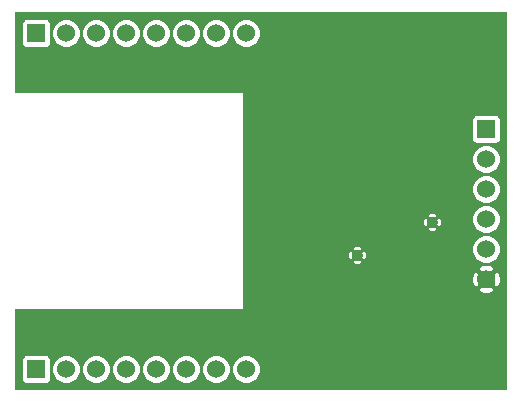
<source format=gbr>
G04 start of page 3 for group 1 idx 1 *
G04 Title: (unknown), solder *
G04 Creator: pcb 20091103 *
G04 CreationDate: Sun 20 Mar 2011 03:02:04 AM GMT UTC *
G04 For: gjhurlbu *
G04 Format: Gerber/RS-274X *
G04 PCB-Dimensions: 600000 500000 *
G04 PCB-Coordinate-Origin: lower left *
%MOIN*%
%FSLAX25Y25*%
%LNBACK*%
%ADD12C,0.0200*%
%ADD13C,0.0600*%
%ADD14C,0.0360*%
%ADD16C,0.0380*%
G54D12*G36*
X199000Y421000D02*Y295000D01*
X195613D01*
Y329860D01*
X195708Y329882D01*
X195829Y329933D01*
X195938Y330005D01*
X196034Y330094D01*
X196113Y330198D01*
X196172Y330315D01*
X196314Y330722D01*
X196417Y331142D01*
X196479Y331569D01*
X196500Y332000D01*
X196479Y332432D01*
X196417Y332859D01*
X196314Y333279D01*
X196172Y333686D01*
X196171D01*
X196112Y333802D01*
X196033Y333907D01*
X195937Y333996D01*
X195828Y334067D01*
X195707Y334118D01*
X195613Y334139D01*
Y339344D01*
X195897Y339750D01*
X196229Y340461D01*
X196432Y341219D01*
X196500Y342000D01*
X196432Y342781D01*
X196229Y343539D01*
X195897Y344250D01*
X195613Y344656D01*
Y349344D01*
X195897Y349750D01*
X196229Y350461D01*
X196432Y351219D01*
X196500Y352000D01*
X196432Y352781D01*
X196229Y353539D01*
X195897Y354250D01*
X195613Y354656D01*
Y359344D01*
X195897Y359750D01*
X196229Y360461D01*
X196432Y361219D01*
X196500Y362000D01*
X196432Y362781D01*
X196229Y363539D01*
X195897Y364250D01*
X195613Y364656D01*
Y369344D01*
X195897Y369750D01*
X196229Y370461D01*
X196432Y371219D01*
X196500Y372000D01*
X196432Y372781D01*
X196229Y373539D01*
X195897Y374250D01*
X195613Y374656D01*
Y377637D01*
X195750Y377701D01*
X195964Y377851D01*
X196149Y378036D01*
X196299Y378250D01*
X196410Y378487D01*
X196477Y378740D01*
X196500Y379000D01*
Y385000D01*
X196477Y385260D01*
X196410Y385513D01*
X196299Y385750D01*
X196149Y385964D01*
X195964Y386149D01*
X195750Y386299D01*
X195613Y386363D01*
Y421000D01*
X199000D01*
G37*
G36*
X195613Y386363D02*X195513Y386410D01*
X195260Y386477D01*
X195000Y386500D01*
X192000D01*
Y421000D01*
X195613D01*
Y386363D01*
G37*
G36*
Y374656D02*X195447Y374893D01*
X194893Y375447D01*
X194250Y375897D01*
X193539Y376229D01*
X192781Y376432D01*
X192000Y376500D01*
Y377500D01*
X195000D01*
X195260Y377523D01*
X195513Y377590D01*
X195613Y377637D01*
Y374656D01*
G37*
G36*
Y364656D02*X195447Y364893D01*
X194893Y365447D01*
X194250Y365897D01*
X193539Y366229D01*
X192781Y366432D01*
X192000Y366500D01*
Y367500D01*
X192781Y367568D01*
X193539Y367771D01*
X194250Y368103D01*
X194893Y368553D01*
X195447Y369107D01*
X195613Y369344D01*
Y364656D01*
G37*
G36*
Y354656D02*X195447Y354893D01*
X194893Y355447D01*
X194250Y355897D01*
X193539Y356229D01*
X192781Y356432D01*
X192000Y356500D01*
Y357500D01*
X192781Y357568D01*
X193539Y357771D01*
X194250Y358103D01*
X194893Y358553D01*
X195447Y359107D01*
X195613Y359344D01*
Y354656D01*
G37*
G36*
Y344656D02*X195447Y344893D01*
X194893Y345447D01*
X194250Y345897D01*
X193539Y346229D01*
X192781Y346432D01*
X192000Y346500D01*
Y347500D01*
X192781Y347568D01*
X193539Y347771D01*
X194250Y348103D01*
X194893Y348553D01*
X195447Y349107D01*
X195613Y349344D01*
Y344656D01*
G37*
G36*
Y295000D02*X192000D01*
Y327500D01*
X192431Y327521D01*
X192858Y327583D01*
X193278Y327686D01*
X193685Y327828D01*
Y327829D01*
X193801Y327888D01*
X193906Y327967D01*
X193995Y328063D01*
X194066Y328172D01*
X194117Y328293D01*
X194146Y328420D01*
X194153Y328550D01*
X194137Y328680D01*
X194099Y328805D01*
X194040Y328921D01*
X193961Y329026D01*
X193865Y329115D01*
X193756Y329186D01*
X193635Y329237D01*
X193508Y329266D01*
X193378Y329273D01*
X193248Y329257D01*
X193123Y329219D01*
X192852Y329124D01*
X192572Y329056D01*
X192287Y329014D01*
X192000Y329000D01*
Y335000D01*
X192287Y334987D01*
X192572Y334945D01*
X192852Y334877D01*
X193123Y334782D01*
Y334781D01*
X193248Y334743D01*
X193378Y334727D01*
X193509Y334734D01*
X193636Y334763D01*
X193757Y334814D01*
X193866Y334886D01*
X193962Y334975D01*
X194041Y335079D01*
X194100Y335196D01*
X194138Y335321D01*
X194154Y335451D01*
X194147Y335582D01*
X194118Y335709D01*
X194067Y335830D01*
X193995Y335939D01*
X193906Y336035D01*
X193802Y336114D01*
X193685Y336173D01*
X193278Y336315D01*
X192858Y336418D01*
X192431Y336480D01*
X192000Y336500D01*
Y337500D01*
X192781Y337568D01*
X193539Y337771D01*
X194250Y338103D01*
X194893Y338553D01*
X195447Y339107D01*
X195613Y339344D01*
Y334139D01*
X195580Y334147D01*
X195450Y334154D01*
X195320Y334138D01*
X195195Y334100D01*
X195079Y334041D01*
X194974Y333962D01*
X194885Y333866D01*
X194814Y333757D01*
X194763Y333636D01*
X194734Y333509D01*
X194727Y333379D01*
X194743Y333249D01*
X194781Y333124D01*
X194876Y332853D01*
X194944Y332573D01*
X194986Y332288D01*
X195000Y332000D01*
X194986Y331713D01*
X194944Y331428D01*
X194876Y331148D01*
X194781Y330877D01*
X194780D01*
X194742Y330752D01*
X194726Y330622D01*
X194733Y330491D01*
X194762Y330364D01*
X194813Y330243D01*
X194885Y330134D01*
X194974Y330038D01*
X195078Y329959D01*
X195195Y329900D01*
X195320Y329862D01*
X195450Y329846D01*
X195581Y329853D01*
X195613Y329860D01*
Y295000D01*
G37*
G36*
X188387Y349344D02*X188553Y349107D01*
X189107Y348553D01*
X189750Y348103D01*
X190461Y347771D01*
X191219Y347568D01*
X192000Y347500D01*
Y346500D01*
X191219Y346432D01*
X190461Y346229D01*
X189750Y345897D01*
X189107Y345447D01*
X188553Y344893D01*
X188387Y344656D01*
Y349344D01*
G37*
G36*
Y359344D02*X188553Y359107D01*
X189107Y358553D01*
X189750Y358103D01*
X190461Y357771D01*
X191219Y357568D01*
X192000Y357500D01*
Y356500D01*
X191219Y356432D01*
X190461Y356229D01*
X189750Y355897D01*
X189107Y355447D01*
X188553Y354893D01*
X188387Y354656D01*
Y359344D01*
G37*
G36*
Y369344D02*X188553Y369107D01*
X189107Y368553D01*
X189750Y368103D01*
X190461Y367771D01*
X191219Y367568D01*
X192000Y367500D01*
Y366500D01*
X191219Y366432D01*
X190461Y366229D01*
X189750Y365897D01*
X189107Y365447D01*
X188553Y364893D01*
X188387Y364656D01*
Y369344D01*
G37*
G36*
Y377637D02*X188487Y377590D01*
X188740Y377523D01*
X189000Y377500D01*
X192000D01*
Y376500D01*
X191219Y376432D01*
X190461Y376229D01*
X189750Y375897D01*
X189107Y375447D01*
X188553Y374893D01*
X188387Y374656D01*
Y377637D01*
G37*
G36*
Y421000D02*X192000D01*
Y386500D01*
X189000D01*
X188740Y386477D01*
X188487Y386410D01*
X188387Y386363D01*
Y421000D01*
G37*
G36*
X192000Y295000D02*X188387D01*
Y329861D01*
X188419Y329854D01*
X188549Y329847D01*
X188679Y329863D01*
X188804Y329901D01*
X188920Y329960D01*
X189025Y330039D01*
X189114Y330135D01*
X189185Y330244D01*
X189236Y330365D01*
X189265Y330492D01*
X189272Y330622D01*
X189256Y330752D01*
X189218Y330877D01*
X189123Y331148D01*
X189055Y331428D01*
X189013Y331713D01*
X189000Y332001D01*
X189013Y332288D01*
X189055Y332573D01*
X189123Y332853D01*
X189218Y333124D01*
X189219D01*
X189257Y333249D01*
X189273Y333379D01*
X189266Y333510D01*
X189237Y333637D01*
X189186Y333758D01*
X189114Y333867D01*
X189025Y333963D01*
X188921Y334042D01*
X188804Y334101D01*
X188679Y334139D01*
X188549Y334155D01*
X188418Y334148D01*
X188387Y334141D01*
Y339344D01*
X188553Y339107D01*
X189107Y338553D01*
X189750Y338103D01*
X190461Y337771D01*
X191219Y337568D01*
X192000Y337500D01*
Y336500D01*
X191568Y336480D01*
X191141Y336418D01*
X190721Y336315D01*
X190314Y336173D01*
Y336172D01*
X190198Y336113D01*
X190093Y336034D01*
X190004Y335938D01*
X189933Y335829D01*
X189882Y335708D01*
X189853Y335581D01*
X189846Y335451D01*
X189862Y335321D01*
X189900Y335196D01*
X189959Y335080D01*
X190038Y334975D01*
X190134Y334886D01*
X190243Y334815D01*
X190364Y334764D01*
X190491Y334735D01*
X190621Y334728D01*
X190751Y334744D01*
X190876Y334782D01*
X191147Y334877D01*
X191427Y334945D01*
X191712Y334987D01*
X192000Y335000D01*
Y329000D01*
X191999D01*
X191712Y329014D01*
X191427Y329056D01*
X191147Y329124D01*
X190876Y329219D01*
Y329220D01*
X190751Y329258D01*
X190621Y329274D01*
X190490Y329267D01*
X190363Y329238D01*
X190242Y329187D01*
X190133Y329115D01*
X190037Y329026D01*
X189958Y328922D01*
X189899Y328805D01*
X189861Y328680D01*
X189845Y328550D01*
X189852Y328419D01*
X189881Y328292D01*
X189932Y328171D01*
X190004Y328062D01*
X190093Y327966D01*
X190197Y327887D01*
X190314Y327828D01*
X190721Y327686D01*
X191141Y327583D01*
X191568Y327521D01*
X191999Y327500D01*
X192000D01*
Y295000D01*
G37*
G36*
X188387D02*X176231D01*
Y349720D01*
X176248Y349721D01*
X176332Y349744D01*
X176411Y349781D01*
X176483Y349831D01*
X176544Y349893D01*
X176594Y349964D01*
X176631Y350043D01*
X176704Y350276D01*
X176757Y350514D01*
X176789Y350756D01*
X176800Y351000D01*
X176789Y351245D01*
X176757Y351487D01*
X176704Y351725D01*
X176631Y351958D01*
X176594Y352037D01*
X176544Y352108D01*
X176483Y352170D01*
X176411Y352220D01*
X176332Y352257D01*
X176248Y352280D01*
X176231Y352281D01*
Y421000D01*
X188387D01*
Y386363D01*
X188250Y386299D01*
X188036Y386149D01*
X187851Y385964D01*
X187701Y385750D01*
X187590Y385513D01*
X187523Y385260D01*
X187500Y385000D01*
Y379000D01*
X187523Y378740D01*
X187590Y378487D01*
X187701Y378250D01*
X187851Y378036D01*
X188036Y377851D01*
X188250Y377701D01*
X188387Y377637D01*
Y374656D01*
X188103Y374250D01*
X187771Y373539D01*
X187568Y372781D01*
X187500Y372000D01*
X187568Y371219D01*
X187771Y370461D01*
X188103Y369750D01*
X188387Y369344D01*
Y364656D01*
X188103Y364250D01*
X187771Y363539D01*
X187568Y362781D01*
X187500Y362000D01*
X187568Y361219D01*
X187771Y360461D01*
X188103Y359750D01*
X188387Y359344D01*
Y354656D01*
X188103Y354250D01*
X187771Y353539D01*
X187568Y352781D01*
X187500Y352000D01*
X187568Y351219D01*
X187771Y350461D01*
X188103Y349750D01*
X188387Y349344D01*
Y344656D01*
X188103Y344250D01*
X187771Y343539D01*
X187568Y342781D01*
X187500Y342000D01*
X187568Y341219D01*
X187771Y340461D01*
X188103Y339750D01*
X188387Y339344D01*
Y334141D01*
X188291Y334119D01*
X188170Y334068D01*
X188061Y333996D01*
X187965Y333907D01*
X187886Y333803D01*
X187827Y333686D01*
X187685Y333279D01*
X187582Y332859D01*
X187520Y332432D01*
X187500Y332001D01*
X187520Y331569D01*
X187582Y331142D01*
X187685Y330722D01*
X187827Y330315D01*
X187828D01*
X187887Y330199D01*
X187966Y330094D01*
X188062Y330005D01*
X188171Y329934D01*
X188292Y329883D01*
X188387Y329861D01*
Y295000D01*
G37*
G36*
X176231D02*X174000D01*
Y348200D01*
X174244Y348211D01*
X174486Y348243D01*
X174724Y348296D01*
X174957Y348369D01*
X175036Y348406D01*
X175107Y348456D01*
X175169Y348517D01*
X175219Y348589D01*
X175256Y348668D01*
X175279Y348752D01*
X175286Y348839D01*
X175279Y348926D01*
X175256Y349010D01*
X175219Y349089D01*
X175169Y349160D01*
X175108Y349222D01*
X175036Y349272D01*
X174957Y349309D01*
X174873Y349332D01*
X174786Y349339D01*
X174699Y349332D01*
X174615Y349309D01*
X174465Y349262D01*
X174312Y349228D01*
X174156Y349207D01*
X174000Y349200D01*
Y352800D01*
X174156Y352794D01*
X174312Y352773D01*
X174465Y352739D01*
X174615Y352692D01*
X174699Y352669D01*
X174786Y352662D01*
X174873Y352669D01*
X174957Y352692D01*
X175036Y352729D01*
X175108Y352779D01*
X175169Y352841D01*
X175219Y352912D01*
X175256Y352991D01*
X175279Y353075D01*
X175286Y353162D01*
X175279Y353249D01*
X175256Y353333D01*
X175219Y353412D01*
X175169Y353484D01*
X175107Y353545D01*
X175036Y353595D01*
X174957Y353632D01*
X174724Y353705D01*
X174486Y353758D01*
X174244Y353790D01*
X174000Y353800D01*
Y421000D01*
X176231D01*
Y352281D01*
X176161Y352287D01*
X176074Y352280D01*
X175990Y352257D01*
X175911Y352220D01*
X175840Y352170D01*
X175778Y352109D01*
X175728Y352037D01*
X175691Y351958D01*
X175668Y351874D01*
X175661Y351787D01*
X175668Y351700D01*
X175691Y351616D01*
X175738Y351466D01*
X175772Y351313D01*
X175793Y351157D01*
X175800Y351000D01*
X175793Y350844D01*
X175772Y350688D01*
X175738Y350535D01*
X175691Y350385D01*
X175668Y350301D01*
X175661Y350214D01*
X175668Y350127D01*
X175691Y350043D01*
X175728Y349964D01*
X175778Y349892D01*
X175840Y349831D01*
X175911Y349781D01*
X175990Y349744D01*
X176074Y349721D01*
X176161Y349714D01*
X176231Y349720D01*
Y295000D01*
G37*
G36*
X174000D02*X171769D01*
Y349720D01*
X171838Y349714D01*
X171925Y349721D01*
X172009Y349744D01*
X172088Y349781D01*
X172159Y349831D01*
X172221Y349892D01*
X172271Y349964D01*
X172308Y350043D01*
X172331Y350127D01*
X172338Y350214D01*
X172331Y350301D01*
X172308Y350385D01*
X172261Y350535D01*
X172227Y350688D01*
X172206Y350844D01*
X172200Y351001D01*
X172206Y351157D01*
X172227Y351313D01*
X172261Y351466D01*
X172308Y351616D01*
X172331Y351700D01*
X172338Y351787D01*
X172331Y351874D01*
X172308Y351958D01*
X172271Y352037D01*
X172221Y352109D01*
X172159Y352170D01*
X172088Y352220D01*
X172009Y352257D01*
X171925Y352280D01*
X171838Y352287D01*
X171769Y352281D01*
Y421000D01*
X174000D01*
Y353800D01*
X173755Y353790D01*
X173513Y353758D01*
X173275Y353705D01*
X173042Y353632D01*
X172963Y353595D01*
X172892Y353545D01*
X172830Y353484D01*
X172780Y353412D01*
X172743Y353333D01*
X172720Y353249D01*
X172713Y353162D01*
X172720Y353075D01*
X172743Y352991D01*
X172780Y352912D01*
X172830Y352841D01*
X172891Y352779D01*
X172963Y352729D01*
X173042Y352692D01*
X173126Y352669D01*
X173213Y352662D01*
X173300Y352669D01*
X173384Y352692D01*
X173534Y352739D01*
X173687Y352773D01*
X173843Y352794D01*
X174000Y352800D01*
Y349200D01*
X173999D01*
X173843Y349207D01*
X173687Y349228D01*
X173534Y349262D01*
X173384Y349309D01*
X173300Y349332D01*
X173213Y349339D01*
X173126Y349332D01*
X173042Y349309D01*
X172963Y349272D01*
X172891Y349222D01*
X172830Y349160D01*
X172780Y349089D01*
X172743Y349010D01*
X172720Y348926D01*
X172713Y348839D01*
X172720Y348752D01*
X172743Y348668D01*
X172780Y348589D01*
X172830Y348517D01*
X172892Y348456D01*
X172963Y348406D01*
X173042Y348369D01*
X173275Y348296D01*
X173513Y348243D01*
X173755Y348211D01*
X173999Y348200D01*
X174000D01*
Y295000D01*
G37*
G36*
X171769D02*X151231D01*
Y338720D01*
X151248Y338721D01*
X151332Y338744D01*
X151411Y338781D01*
X151483Y338831D01*
X151544Y338893D01*
X151594Y338964D01*
X151631Y339043D01*
X151704Y339276D01*
X151757Y339514D01*
X151789Y339756D01*
X151800Y340000D01*
X151789Y340245D01*
X151757Y340487D01*
X151704Y340725D01*
X151631Y340958D01*
X151594Y341037D01*
X151544Y341108D01*
X151483Y341170D01*
X151411Y341220D01*
X151332Y341257D01*
X151248Y341280D01*
X151231Y341281D01*
Y421000D01*
X171769D01*
Y352281D01*
X171751Y352280D01*
X171667Y352257D01*
X171588Y352220D01*
X171516Y352170D01*
X171455Y352108D01*
X171405Y352037D01*
X171368Y351958D01*
X171295Y351725D01*
X171242Y351487D01*
X171210Y351245D01*
X171200Y351001D01*
X171210Y350756D01*
X171242Y350514D01*
X171295Y350276D01*
X171368Y350043D01*
X171405Y349964D01*
X171455Y349893D01*
X171516Y349831D01*
X171588Y349781D01*
X171667Y349744D01*
X171751Y349721D01*
X171769Y349720D01*
Y295000D01*
G37*
G36*
X151231D02*X149000D01*
Y337200D01*
X149244Y337211D01*
X149486Y337243D01*
X149724Y337296D01*
X149957Y337369D01*
X150036Y337406D01*
X150107Y337456D01*
X150169Y337517D01*
X150219Y337589D01*
X150256Y337668D01*
X150279Y337752D01*
X150286Y337839D01*
X150279Y337926D01*
X150256Y338010D01*
X150219Y338089D01*
X150169Y338160D01*
X150108Y338222D01*
X150036Y338272D01*
X149957Y338309D01*
X149873Y338332D01*
X149786Y338339D01*
X149699Y338332D01*
X149615Y338309D01*
X149465Y338262D01*
X149312Y338228D01*
X149156Y338207D01*
X149000Y338200D01*
Y341800D01*
X149156Y341794D01*
X149312Y341773D01*
X149465Y341739D01*
X149615Y341692D01*
X149699Y341669D01*
X149786Y341662D01*
X149873Y341669D01*
X149957Y341692D01*
X150036Y341729D01*
X150108Y341779D01*
X150169Y341841D01*
X150219Y341912D01*
X150256Y341991D01*
X150279Y342075D01*
X150286Y342162D01*
X150279Y342249D01*
X150256Y342333D01*
X150219Y342412D01*
X150169Y342484D01*
X150107Y342545D01*
X150036Y342595D01*
X149957Y342632D01*
X149724Y342705D01*
X149486Y342758D01*
X149244Y342790D01*
X149000Y342800D01*
Y421000D01*
X151231D01*
Y341281D01*
X151161Y341287D01*
X151074Y341280D01*
X150990Y341257D01*
X150911Y341220D01*
X150840Y341170D01*
X150778Y341109D01*
X150728Y341037D01*
X150691Y340958D01*
X150668Y340874D01*
X150661Y340787D01*
X150668Y340700D01*
X150691Y340616D01*
X150738Y340466D01*
X150772Y340313D01*
X150793Y340157D01*
X150800Y340000D01*
X150793Y339844D01*
X150772Y339688D01*
X150738Y339535D01*
X150691Y339385D01*
X150668Y339301D01*
X150661Y339214D01*
X150668Y339127D01*
X150691Y339043D01*
X150728Y338964D01*
X150778Y338892D01*
X150840Y338831D01*
X150911Y338781D01*
X150990Y338744D01*
X151074Y338721D01*
X151161Y338714D01*
X151231Y338720D01*
Y295000D01*
G37*
G36*
X149000D02*X146769D01*
Y338720D01*
X146838Y338714D01*
X146925Y338721D01*
X147009Y338744D01*
X147088Y338781D01*
X147159Y338831D01*
X147221Y338892D01*
X147271Y338964D01*
X147308Y339043D01*
X147331Y339127D01*
X147338Y339214D01*
X147331Y339301D01*
X147308Y339385D01*
X147261Y339535D01*
X147227Y339688D01*
X147206Y339844D01*
X147200Y340001D01*
X147206Y340157D01*
X147227Y340313D01*
X147261Y340466D01*
X147308Y340616D01*
X147331Y340700D01*
X147338Y340787D01*
X147331Y340874D01*
X147308Y340958D01*
X147271Y341037D01*
X147221Y341109D01*
X147159Y341170D01*
X147088Y341220D01*
X147009Y341257D01*
X146925Y341280D01*
X146838Y341287D01*
X146769Y341281D01*
Y421000D01*
X149000D01*
Y342800D01*
X148755Y342790D01*
X148513Y342758D01*
X148275Y342705D01*
X148042Y342632D01*
X147963Y342595D01*
X147892Y342545D01*
X147830Y342484D01*
X147780Y342412D01*
X147743Y342333D01*
X147720Y342249D01*
X147713Y342162D01*
X147720Y342075D01*
X147743Y341991D01*
X147780Y341912D01*
X147830Y341841D01*
X147891Y341779D01*
X147963Y341729D01*
X148042Y341692D01*
X148126Y341669D01*
X148213Y341662D01*
X148300Y341669D01*
X148384Y341692D01*
X148534Y341739D01*
X148687Y341773D01*
X148843Y341794D01*
X149000Y341800D01*
Y338200D01*
X148999D01*
X148843Y338207D01*
X148687Y338228D01*
X148534Y338262D01*
X148384Y338309D01*
X148300Y338332D01*
X148213Y338339D01*
X148126Y338332D01*
X148042Y338309D01*
X147963Y338272D01*
X147891Y338222D01*
X147830Y338160D01*
X147780Y338089D01*
X147743Y338010D01*
X147720Y337926D01*
X147713Y337839D01*
X147720Y337752D01*
X147743Y337668D01*
X147780Y337589D01*
X147830Y337517D01*
X147892Y337456D01*
X147963Y337406D01*
X148042Y337369D01*
X148275Y337296D01*
X148513Y337243D01*
X148755Y337211D01*
X148999Y337200D01*
X149000D01*
Y295000D01*
G37*
G36*
X146769D02*X112000D01*
Y297500D01*
X112781Y297568D01*
X113539Y297771D01*
X114250Y298103D01*
X114893Y298553D01*
X115447Y299107D01*
X115897Y299750D01*
X116229Y300461D01*
X116432Y301219D01*
X116500Y302000D01*
X116432Y302781D01*
X116229Y303539D01*
X115897Y304250D01*
X115447Y304893D01*
X114893Y305447D01*
X114250Y305897D01*
X113539Y306229D01*
X112781Y306432D01*
X112000Y306500D01*
Y409500D01*
X112781Y409568D01*
X113539Y409771D01*
X114250Y410103D01*
X114893Y410553D01*
X115447Y411107D01*
X115897Y411750D01*
X116229Y412461D01*
X116432Y413219D01*
X116500Y414000D01*
X116432Y414781D01*
X116229Y415539D01*
X115897Y416250D01*
X115447Y416893D01*
X114893Y417447D01*
X114250Y417897D01*
X113539Y418229D01*
X112781Y418432D01*
X112000Y418500D01*
Y421000D01*
X146769D01*
Y341281D01*
X146751Y341280D01*
X146667Y341257D01*
X146588Y341220D01*
X146516Y341170D01*
X146455Y341108D01*
X146405Y341037D01*
X146368Y340958D01*
X146295Y340725D01*
X146242Y340487D01*
X146210Y340245D01*
X146200Y340001D01*
X146210Y339756D01*
X146242Y339514D01*
X146295Y339276D01*
X146368Y339043D01*
X146405Y338964D01*
X146455Y338893D01*
X146516Y338831D01*
X146588Y338781D01*
X146667Y338744D01*
X146751Y338721D01*
X146769Y338720D01*
Y295000D01*
G37*
G36*
X112000D02*X102000D01*
Y297500D01*
X102781Y297568D01*
X103539Y297771D01*
X104250Y298103D01*
X104893Y298553D01*
X105447Y299107D01*
X105897Y299750D01*
X106229Y300461D01*
X106432Y301219D01*
X106500Y302000D01*
X106432Y302781D01*
X106229Y303539D01*
X105897Y304250D01*
X105447Y304893D01*
X104893Y305447D01*
X104250Y305897D01*
X103539Y306229D01*
X102781Y306432D01*
X102000Y306500D01*
Y322000D01*
X111000D01*
Y394000D01*
X102000D01*
Y409500D01*
X102781Y409568D01*
X103539Y409771D01*
X104250Y410103D01*
X104893Y410553D01*
X105447Y411107D01*
X105897Y411750D01*
X106229Y412461D01*
X106432Y413219D01*
X106500Y414000D01*
X106432Y414781D01*
X106229Y415539D01*
X105897Y416250D01*
X105447Y416893D01*
X104893Y417447D01*
X104250Y417897D01*
X103539Y418229D01*
X102781Y418432D01*
X102000Y418500D01*
Y421000D01*
X112000D01*
Y418500D01*
X111219Y418432D01*
X110461Y418229D01*
X109750Y417897D01*
X109107Y417447D01*
X108553Y416893D01*
X108103Y416250D01*
X107771Y415539D01*
X107568Y414781D01*
X107500Y414000D01*
X107568Y413219D01*
X107771Y412461D01*
X108103Y411750D01*
X108553Y411107D01*
X109107Y410553D01*
X109750Y410103D01*
X110461Y409771D01*
X111219Y409568D01*
X112000Y409500D01*
Y306500D01*
X111219Y306432D01*
X110461Y306229D01*
X109750Y305897D01*
X109107Y305447D01*
X108553Y304893D01*
X108103Y304250D01*
X107771Y303539D01*
X107568Y302781D01*
X107500Y302000D01*
X107568Y301219D01*
X107771Y300461D01*
X108103Y299750D01*
X108553Y299107D01*
X109107Y298553D01*
X109750Y298103D01*
X110461Y297771D01*
X111219Y297568D01*
X112000Y297500D01*
Y295000D01*
G37*
G36*
X102000Y394000D02*X92000D01*
Y409500D01*
X92781Y409568D01*
X93539Y409771D01*
X94250Y410103D01*
X94893Y410553D01*
X95447Y411107D01*
X95897Y411750D01*
X96229Y412461D01*
X96432Y413219D01*
X96500Y414000D01*
X96432Y414781D01*
X96229Y415539D01*
X95897Y416250D01*
X95447Y416893D01*
X94893Y417447D01*
X94250Y417897D01*
X93539Y418229D01*
X92781Y418432D01*
X92000Y418500D01*
Y421000D01*
X102000D01*
Y418500D01*
X101219Y418432D01*
X100461Y418229D01*
X99750Y417897D01*
X99107Y417447D01*
X98553Y416893D01*
X98103Y416250D01*
X97771Y415539D01*
X97568Y414781D01*
X97500Y414000D01*
X97568Y413219D01*
X97771Y412461D01*
X98103Y411750D01*
X98553Y411107D01*
X99107Y410553D01*
X99750Y410103D01*
X100461Y409771D01*
X101219Y409568D01*
X102000Y409500D01*
Y394000D01*
G37*
G36*
X92000D02*X82000D01*
Y409500D01*
X82781Y409568D01*
X83539Y409771D01*
X84250Y410103D01*
X84893Y410553D01*
X85447Y411107D01*
X85897Y411750D01*
X86229Y412461D01*
X86432Y413219D01*
X86500Y414000D01*
X86432Y414781D01*
X86229Y415539D01*
X85897Y416250D01*
X85447Y416893D01*
X84893Y417447D01*
X84250Y417897D01*
X83539Y418229D01*
X82781Y418432D01*
X82000Y418500D01*
Y421000D01*
X92000D01*
Y418500D01*
X91219Y418432D01*
X90461Y418229D01*
X89750Y417897D01*
X89107Y417447D01*
X88553Y416893D01*
X88103Y416250D01*
X87771Y415539D01*
X87568Y414781D01*
X87500Y414000D01*
X87568Y413219D01*
X87771Y412461D01*
X88103Y411750D01*
X88553Y411107D01*
X89107Y410553D01*
X89750Y410103D01*
X90461Y409771D01*
X91219Y409568D01*
X92000Y409500D01*
Y394000D01*
G37*
G36*
X82000D02*X72000D01*
Y409500D01*
X72781Y409568D01*
X73539Y409771D01*
X74250Y410103D01*
X74893Y410553D01*
X75447Y411107D01*
X75897Y411750D01*
X76229Y412461D01*
X76432Y413219D01*
X76500Y414000D01*
X76432Y414781D01*
X76229Y415539D01*
X75897Y416250D01*
X75447Y416893D01*
X74893Y417447D01*
X74250Y417897D01*
X73539Y418229D01*
X72781Y418432D01*
X72000Y418500D01*
Y421000D01*
X82000D01*
Y418500D01*
X81219Y418432D01*
X80461Y418229D01*
X79750Y417897D01*
X79107Y417447D01*
X78553Y416893D01*
X78103Y416250D01*
X77771Y415539D01*
X77568Y414781D01*
X77500Y414000D01*
X77568Y413219D01*
X77771Y412461D01*
X78103Y411750D01*
X78553Y411107D01*
X79107Y410553D01*
X79750Y410103D01*
X80461Y409771D01*
X81219Y409568D01*
X82000Y409500D01*
Y394000D01*
G37*
G36*
X72000D02*X62000D01*
Y409500D01*
X62781Y409568D01*
X63539Y409771D01*
X64250Y410103D01*
X64893Y410553D01*
X65447Y411107D01*
X65897Y411750D01*
X66229Y412461D01*
X66432Y413219D01*
X66500Y414000D01*
X66432Y414781D01*
X66229Y415539D01*
X65897Y416250D01*
X65447Y416893D01*
X64893Y417447D01*
X64250Y417897D01*
X63539Y418229D01*
X62781Y418432D01*
X62000Y418500D01*
Y421000D01*
X72000D01*
Y418500D01*
X71219Y418432D01*
X70461Y418229D01*
X69750Y417897D01*
X69107Y417447D01*
X68553Y416893D01*
X68103Y416250D01*
X67771Y415539D01*
X67568Y414781D01*
X67500Y414000D01*
X67568Y413219D01*
X67771Y412461D01*
X68103Y411750D01*
X68553Y411107D01*
X69107Y410553D01*
X69750Y410103D01*
X70461Y409771D01*
X71219Y409568D01*
X72000Y409500D01*
Y394000D01*
G37*
G36*
X62000D02*X52000D01*
Y409500D01*
X52781Y409568D01*
X53539Y409771D01*
X54250Y410103D01*
X54893Y410553D01*
X55447Y411107D01*
X55897Y411750D01*
X56229Y412461D01*
X56432Y413219D01*
X56500Y414000D01*
X56432Y414781D01*
X56229Y415539D01*
X55897Y416250D01*
X55447Y416893D01*
X54893Y417447D01*
X54250Y417897D01*
X53539Y418229D01*
X52781Y418432D01*
X52000Y418500D01*
Y421000D01*
X62000D01*
Y418500D01*
X61219Y418432D01*
X60461Y418229D01*
X59750Y417897D01*
X59107Y417447D01*
X58553Y416893D01*
X58103Y416250D01*
X57771Y415539D01*
X57568Y414781D01*
X57500Y414000D01*
X57568Y413219D01*
X57771Y412461D01*
X58103Y411750D01*
X58553Y411107D01*
X59107Y410553D01*
X59750Y410103D01*
X60461Y409771D01*
X61219Y409568D01*
X62000Y409500D01*
Y394000D01*
G37*
G36*
X52000D02*X42000D01*
Y409500D01*
X45000D01*
X45260Y409523D01*
X45513Y409590D01*
X45750Y409701D01*
X45964Y409851D01*
X46149Y410036D01*
X46299Y410250D01*
X46410Y410487D01*
X46477Y410740D01*
X46500Y411000D01*
Y417000D01*
X46477Y417260D01*
X46410Y417513D01*
X46299Y417750D01*
X46149Y417964D01*
X45964Y418149D01*
X45750Y418299D01*
X45513Y418410D01*
X45260Y418477D01*
X45000Y418500D01*
X42000D01*
Y421000D01*
X52000D01*
Y418500D01*
X51219Y418432D01*
X50461Y418229D01*
X49750Y417897D01*
X49107Y417447D01*
X48553Y416893D01*
X48103Y416250D01*
X47771Y415539D01*
X47568Y414781D01*
X47500Y414000D01*
X47568Y413219D01*
X47771Y412461D01*
X48103Y411750D01*
X48553Y411107D01*
X49107Y410553D01*
X49750Y410103D01*
X50461Y409771D01*
X51219Y409568D01*
X52000Y409500D01*
Y394000D01*
G37*
G36*
X42000D02*X35000D01*
Y421000D01*
X42000D01*
Y418500D01*
X39000D01*
X38740Y418477D01*
X38487Y418410D01*
X38250Y418299D01*
X38036Y418149D01*
X37851Y417964D01*
X37701Y417750D01*
X37590Y417513D01*
X37523Y417260D01*
X37500Y417000D01*
Y411000D01*
X37523Y410740D01*
X37590Y410487D01*
X37701Y410250D01*
X37851Y410036D01*
X38036Y409851D01*
X38250Y409701D01*
X38487Y409590D01*
X38740Y409523D01*
X39000Y409500D01*
X42000D01*
Y394000D01*
G37*
G36*
X102000Y295000D02*X92000D01*
Y297500D01*
X92781Y297568D01*
X93539Y297771D01*
X94250Y298103D01*
X94893Y298553D01*
X95447Y299107D01*
X95897Y299750D01*
X96229Y300461D01*
X96432Y301219D01*
X96500Y302000D01*
X96432Y302781D01*
X96229Y303539D01*
X95897Y304250D01*
X95447Y304893D01*
X94893Y305447D01*
X94250Y305897D01*
X93539Y306229D01*
X92781Y306432D01*
X92000Y306500D01*
Y322000D01*
X102000D01*
Y306500D01*
X101219Y306432D01*
X100461Y306229D01*
X99750Y305897D01*
X99107Y305447D01*
X98553Y304893D01*
X98103Y304250D01*
X97771Y303539D01*
X97568Y302781D01*
X97500Y302000D01*
X97568Y301219D01*
X97771Y300461D01*
X98103Y299750D01*
X98553Y299107D01*
X99107Y298553D01*
X99750Y298103D01*
X100461Y297771D01*
X101219Y297568D01*
X102000Y297500D01*
Y295000D01*
G37*
G36*
X92000D02*X82000D01*
Y297500D01*
X82781Y297568D01*
X83539Y297771D01*
X84250Y298103D01*
X84893Y298553D01*
X85447Y299107D01*
X85897Y299750D01*
X86229Y300461D01*
X86432Y301219D01*
X86500Y302000D01*
X86432Y302781D01*
X86229Y303539D01*
X85897Y304250D01*
X85447Y304893D01*
X84893Y305447D01*
X84250Y305897D01*
X83539Y306229D01*
X82781Y306432D01*
X82000Y306500D01*
Y322000D01*
X92000D01*
Y306500D01*
X91219Y306432D01*
X90461Y306229D01*
X89750Y305897D01*
X89107Y305447D01*
X88553Y304893D01*
X88103Y304250D01*
X87771Y303539D01*
X87568Y302781D01*
X87500Y302000D01*
X87568Y301219D01*
X87771Y300461D01*
X88103Y299750D01*
X88553Y299107D01*
X89107Y298553D01*
X89750Y298103D01*
X90461Y297771D01*
X91219Y297568D01*
X92000Y297500D01*
Y295000D01*
G37*
G36*
X82000D02*X72000D01*
Y297500D01*
X72781Y297568D01*
X73539Y297771D01*
X74250Y298103D01*
X74893Y298553D01*
X75447Y299107D01*
X75897Y299750D01*
X76229Y300461D01*
X76432Y301219D01*
X76500Y302000D01*
X76432Y302781D01*
X76229Y303539D01*
X75897Y304250D01*
X75447Y304893D01*
X74893Y305447D01*
X74250Y305897D01*
X73539Y306229D01*
X72781Y306432D01*
X72000Y306500D01*
Y322000D01*
X82000D01*
Y306500D01*
X81219Y306432D01*
X80461Y306229D01*
X79750Y305897D01*
X79107Y305447D01*
X78553Y304893D01*
X78103Y304250D01*
X77771Y303539D01*
X77568Y302781D01*
X77500Y302000D01*
X77568Y301219D01*
X77771Y300461D01*
X78103Y299750D01*
X78553Y299107D01*
X79107Y298553D01*
X79750Y298103D01*
X80461Y297771D01*
X81219Y297568D01*
X82000Y297500D01*
Y295000D01*
G37*
G36*
X72000D02*X62000D01*
Y297500D01*
X62781Y297568D01*
X63539Y297771D01*
X64250Y298103D01*
X64893Y298553D01*
X65447Y299107D01*
X65897Y299750D01*
X66229Y300461D01*
X66432Y301219D01*
X66500Y302000D01*
X66432Y302781D01*
X66229Y303539D01*
X65897Y304250D01*
X65447Y304893D01*
X64893Y305447D01*
X64250Y305897D01*
X63539Y306229D01*
X62781Y306432D01*
X62000Y306500D01*
Y322000D01*
X72000D01*
Y306500D01*
X71219Y306432D01*
X70461Y306229D01*
X69750Y305897D01*
X69107Y305447D01*
X68553Y304893D01*
X68103Y304250D01*
X67771Y303539D01*
X67568Y302781D01*
X67500Y302000D01*
X67568Y301219D01*
X67771Y300461D01*
X68103Y299750D01*
X68553Y299107D01*
X69107Y298553D01*
X69750Y298103D01*
X70461Y297771D01*
X71219Y297568D01*
X72000Y297500D01*
Y295000D01*
G37*
G36*
X62000D02*X52000D01*
Y297500D01*
X52781Y297568D01*
X53539Y297771D01*
X54250Y298103D01*
X54893Y298553D01*
X55447Y299107D01*
X55897Y299750D01*
X56229Y300461D01*
X56432Y301219D01*
X56500Y302000D01*
X56432Y302781D01*
X56229Y303539D01*
X55897Y304250D01*
X55447Y304893D01*
X54893Y305447D01*
X54250Y305897D01*
X53539Y306229D01*
X52781Y306432D01*
X52000Y306500D01*
Y322000D01*
X62000D01*
Y306500D01*
X61219Y306432D01*
X60461Y306229D01*
X59750Y305897D01*
X59107Y305447D01*
X58553Y304893D01*
X58103Y304250D01*
X57771Y303539D01*
X57568Y302781D01*
X57500Y302000D01*
X57568Y301219D01*
X57771Y300461D01*
X58103Y299750D01*
X58553Y299107D01*
X59107Y298553D01*
X59750Y298103D01*
X60461Y297771D01*
X61219Y297568D01*
X62000Y297500D01*
Y295000D01*
G37*
G36*
X52000D02*X42000D01*
Y297500D01*
X45000D01*
X45260Y297523D01*
X45513Y297590D01*
X45750Y297701D01*
X45964Y297851D01*
X46149Y298036D01*
X46299Y298250D01*
X46410Y298487D01*
X46477Y298740D01*
X46500Y299000D01*
Y305000D01*
X46477Y305260D01*
X46410Y305513D01*
X46299Y305750D01*
X46149Y305964D01*
X45964Y306149D01*
X45750Y306299D01*
X45513Y306410D01*
X45260Y306477D01*
X45000Y306500D01*
X42000D01*
Y322000D01*
X52000D01*
Y306500D01*
X51219Y306432D01*
X50461Y306229D01*
X49750Y305897D01*
X49107Y305447D01*
X48553Y304893D01*
X48103Y304250D01*
X47771Y303539D01*
X47568Y302781D01*
X47500Y302000D01*
X47568Y301219D01*
X47771Y300461D01*
X48103Y299750D01*
X48553Y299107D01*
X49107Y298553D01*
X49750Y298103D01*
X50461Y297771D01*
X51219Y297568D01*
X52000Y297500D01*
Y295000D01*
G37*
G36*
X42000D02*X35000D01*
Y322000D01*
X42000D01*
Y306500D01*
X39000D01*
X38740Y306477D01*
X38487Y306410D01*
X38250Y306299D01*
X38036Y306149D01*
X37851Y305964D01*
X37701Y305750D01*
X37590Y305513D01*
X37523Y305260D01*
X37500Y305000D01*
Y299000D01*
X37523Y298740D01*
X37590Y298487D01*
X37701Y298250D01*
X37851Y298036D01*
X38036Y297851D01*
X38250Y297701D01*
X38487Y297590D01*
X38740Y297523D01*
X39000Y297500D01*
X42000D01*
Y295000D01*
G37*
G36*
X39000Y417000D02*Y411000D01*
X45000D01*
Y417000D01*
X39000D01*
G37*
G54D13*X52000Y414000D03*
X62000D03*
X72000D03*
X82000D03*
X92000D03*
X102000D03*
X112000D03*
G54D12*G36*
X189000Y385000D02*Y379000D01*
X195000D01*
Y385000D01*
X189000D01*
G37*
G54D13*X192000Y372000D03*
Y362000D03*
Y352000D03*
Y342000D03*
Y332000D03*
G54D12*G36*
X39000Y305000D02*Y299000D01*
X45000D01*
Y305000D01*
X39000D01*
G37*
G54D13*X52000Y302000D03*
X62000D03*
X72000D03*
X82000D03*
X92000D03*
X102000D03*
X112000D03*
G54D14*X174000Y351000D03*
X149000Y340000D03*
G54D16*G54D12*M02*

</source>
